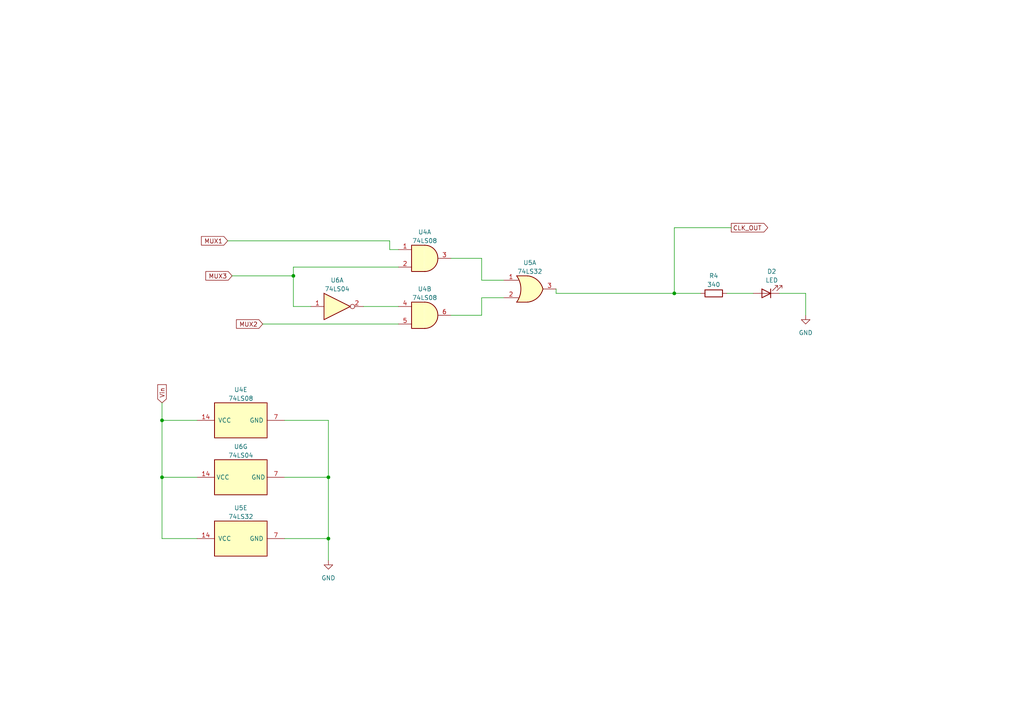
<source format=kicad_sch>
(kicad_sch (version 20230121) (generator eeschema)
  (paper "A4")
  (lib_symbols
    (symbol "74xx:74LS04"
      (property "Reference" "U" (at 0 1.27 0))
      (property "Value" "74LS04" (at 0 -1.27 0))
      (symbol "74LS04_1_0"
        (polyline (pts (xy -3.81 3.81) (xy -3.81 -3.81) (xy 3.81 0) (xy -3.81 3.81)) (stroke (width 0.254)) (fill (type background)))
        (pin input line (at -7.62 0 0) (length 3.81) (name "~") (number "1"))
        (pin output inverted (at 7.62 0 180) (length 3.81) (name "~") (number "2"))
      )
      (symbol "74LS04_2_0"
        (polyline (pts (xy -3.81 3.81) (xy -3.81 -3.81) (xy 3.81 0) (xy -3.81 3.81)) (stroke (width 0.254)) (fill (type background)))
        (pin input line (at -7.62 0 0) (length 3.81) (name "~") (number "3"))
        (pin output inverted (at 7.62 0 180) (length 3.81) (name "~") (number "4"))
      )
      (symbol "74LS04_3_0"
        (polyline (pts (xy -3.81 3.81) (xy -3.81 -3.81) (xy 3.81 0) (xy -3.81 3.81)) (stroke (width 0.254)) (fill (type background)))
        (pin input line (at -7.62 0 0) (length 3.81) (name "~") (number "5"))
        (pin output inverted (at 7.62 0 180) (length 3.81) (name "~") (number "6"))
      )
      (symbol "74LS04_4_0"
        (polyline (pts (xy -3.81 3.81) (xy -3.81 -3.81) (xy 3.81 0) (xy -3.81 3.81)) (stroke (width 0.254)) (fill (type background)))
        (pin output inverted (at 7.62 0 180) (length 3.81) (name "~") (number "8"))
        (pin input line (at -7.62 0 0) (length 3.81) (name "~") (number "9"))
      )
      (symbol "74LS04_5_0"
        (polyline (pts (xy -3.81 3.81) (xy -3.81 -3.81) (xy 3.81 0) (xy -3.81 3.81)) (stroke (width 0.254)) (fill (type background)))
        (pin output inverted (at 7.62 0 180) (length 3.81) (name "~") (number "10"))
        (pin input line (at -7.62 0 0) (length 3.81) (name "~") (number "11"))
      )
      (symbol "74LS04_6_0"
        (polyline (pts (xy -3.81 3.81) (xy -3.81 -3.81) (xy 3.81 0) (xy -3.81 3.81)) (stroke (width 0.254)) (fill (type background)))
        (pin output inverted (at 7.62 0 180) (length 3.81) (name "~") (number "12"))
        (pin input line (at -7.62 0 0) (length 3.81) (name "~") (number "13"))
      )
      (symbol "74LS04_7_0"
        (pin power_in line (at 0 12.7 270) (length 5.08) (name "VCC") (number "14"))
        (pin power_in line (at 0 -12.7 90) (length 5.08) (name "GND") (number "7"))
      )
      (symbol "74LS04_7_1"
        (rectangle (start -5.08 7.62) (end 5.08 -7.62) (stroke (width 0.254)) (fill (type background)))
      )
    )
    (symbol "74xx:74LS08" (pin_names (offset 1.016))
      (property "Reference" "U" (at 0 1.27 0))
      (property "Value" "74LS08" (at 0 -1.27 0))
      (symbol "74LS08_1_1"
        (arc (start 0 -3.81) (mid 3.7934 0) (end 0 3.81) (stroke (width 0.254)) (fill (type background)))
        (polyline (pts (xy 0 3.81) (xy -3.81 3.81) (xy -3.81 -3.81) (xy 0 -3.81)) (stroke (width 0.254)) (fill (type background)))
        (pin input line (at -7.62 2.54 0) (length 3.81) (name "~") (number "1"))
        (pin input line (at -7.62 -2.54 0) (length 3.81) (name "~") (number "2"))
        (pin output line (at 7.62 0 180) (length 3.81) (name "~") (number "3"))
      )
      (symbol "74LS08_1_2"
        (arc (start -3.81 -3.81) (mid -2.589 0) (end -3.81 3.81) (stroke (width 0.254)))
        (arc (start -0.6096 -3.81) (mid 2.1842 -2.5851) (end 3.81 0) (stroke (width 0.254)) (fill (type background)))
        (polyline (pts (xy -3.81 -3.81) (xy -0.635 -3.81)) (stroke (width 0.254)) (fill (type background)))
        (polyline (pts (xy -3.81 3.81) (xy -0.635 3.81)) (stroke (width 0.254)) (fill (type background)))
        (polyline (pts (xy -0.635 3.81) (xy -3.81 3.81) (xy -3.81 3.81) (xy -3.556 3.4036) (xy -3.0226 2.2606) (xy -2.6924 1.0414) (xy -2.6162 -0.254) (xy -2.7686 -1.4986) (xy -3.175 -2.7178) (xy -3.81 -3.81) (xy -3.81 -3.81) (xy -0.635 -3.81)) (stroke (width -25.4)) (fill (type background)))
        (arc (start 3.81 0) (mid 2.1915 2.5936) (end -0.6096 3.81) (stroke (width 0.254)) (fill (type background)))
        (pin input inverted (at -7.62 2.54 0) (length 4.318) (name "~") (number "1"))
        (pin input inverted (at -7.62 -2.54 0) (length 4.318) (name "~") (number "2"))
        (pin output inverted (at 7.62 0 180) (length 3.81) (name "~") (number "3"))
      )
      (symbol "74LS08_2_1"
        (arc (start 0 -3.81) (mid 3.7934 0) (end 0 3.81) (stroke (width 0.254)) (fill (type background)))
        (polyline (pts (xy 0 3.81) (xy -3.81 3.81) (xy -3.81 -3.81) (xy 0 -3.81)) (stroke (width 0.254)) (fill (type background)))
        (pin input line (at -7.62 2.54 0) (length 3.81) (name "~") (number "4"))
        (pin input line (at -7.62 -2.54 0) (length 3.81) (name "~") (number "5"))
        (pin output line (at 7.62 0 180) (length 3.81) (name "~") (number "6"))
      )
      (symbol "74LS08_2_2"
        (arc (start -3.81 -3.81) (mid -2.589 0) (end -3.81 3.81) (stroke (width 0.254)))
        (arc (start -0.6096 -3.81) (mid 2.1842 -2.5851) (end 3.81 0) (stroke (width 0.254)) (fill (type background)))
        (polyline (pts (xy -3.81 -3.81) (xy -0.635 -3.81)) (stroke (width 0.254)) (fill (type background)))
        (polyline (pts (xy -3.81 3.81) (xy -0.635 3.81)) (stroke (width 0.254)) (fill (type background)))
        (polyline (pts (xy -0.635 3.81) (xy -3.81 3.81) (xy -3.81 3.81) (xy -3.556 3.4036) (xy -3.0226 2.2606) (xy -2.6924 1.0414) (xy -2.6162 -0.254) (xy -2.7686 -1.4986) (xy -3.175 -2.7178) (xy -3.81 -3.81) (xy -3.81 -3.81) (xy -0.635 -3.81)) (stroke (width -25.4)) (fill (type background)))
        (arc (start 3.81 0) (mid 2.1915 2.5936) (end -0.6096 3.81) (stroke (width 0.254)) (fill (type background)))
        (pin input inverted (at -7.62 2.54 0) (length 4.318) (name "~") (number "4"))
        (pin input inverted (at -7.62 -2.54 0) (length 4.318) (name "~") (number "5"))
        (pin output inverted (at 7.62 0 180) (length 3.81) (name "~") (number "6"))
      )
      (symbol "74LS08_3_1"
        (arc (start 0 -3.81) (mid 3.7934 0) (end 0 3.81) (stroke (width 0.254)) (fill (type background)))
        (polyline (pts (xy 0 3.81) (xy -3.81 3.81) (xy -3.81 -3.81) (xy 0 -3.81)) (stroke (width 0.254)) (fill (type background)))
        (pin input line (at -7.62 -2.54 0) (length 3.81) (name "~") (number "10"))
        (pin output line (at 7.62 0 180) (length 3.81) (name "~") (number "8"))
        (pin input line (at -7.62 2.54 0) (length 3.81) (name "~") (number "9"))
      )
      (symbol "74LS08_3_2"
        (arc (start -3.81 -3.81) (mid -2.589 0) (end -3.81 3.81) (stroke (width 0.254)))
        (arc (start -0.6096 -3.81) (mid 2.1842 -2.5851) (end 3.81 0) (stroke (width 0.254)) (fill (type background)))
        (polyline (pts (xy -3.81 -3.81) (xy -0.635 -3.81)) (stroke (width 0.254)) (fill (type background)))
        (polyline (pts (xy -3.81 3.81) (xy -0.635 3.81)) (stroke (width 0.254)) (fill (type background)))
        (polyline (pts (xy -0.635 3.81) (xy -3.81 3.81) (xy -3.81 3.81) (xy -3.556 3.4036) (xy -3.0226 2.2606) (xy -2.6924 1.0414) (xy -2.6162 -0.254) (xy -2.7686 -1.4986) (xy -3.175 -2.7178) (xy -3.81 -3.81) (xy -3.81 -3.81) (xy -0.635 -3.81)) (stroke (width -25.4)) (fill (type background)))
        (arc (start 3.81 0) (mid 2.1915 2.5936) (end -0.6096 3.81) (stroke (width 0.254)) (fill (type background)))
        (pin input inverted (at -7.62 -2.54 0) (length 4.318) (name "~") (number "10"))
        (pin output inverted (at 7.62 0 180) (length 3.81) (name "~") (number "8"))
        (pin input inverted (at -7.62 2.54 0) (length 4.318) (name "~") (number "9"))
      )
      (symbol "74LS08_4_1"
        (arc (start 0 -3.81) (mid 3.7934 0) (end 0 3.81) (stroke (width 0.254)) (fill (type background)))
        (polyline (pts (xy 0 3.81) (xy -3.81 3.81) (xy -3.81 -3.81) (xy 0 -3.81)) (stroke (width 0.254)) (fill (type background)))
        (pin output line (at 7.62 0 180) (length 3.81) (name "~") (number "11"))
        (pin input line (at -7.62 2.54 0) (length 3.81) (name "~") (number "12"))
        (pin input line (at -7.62 -2.54 0) (length 3.81) (name "~") (number "13"))
      )
      (symbol "74LS08_4_2"
        (arc (start -3.81 -3.81) (mid -2.589 0) (end -3.81 3.81) (stroke (width 0.254)))
        (arc (start -0.6096 -3.81) (mid 2.1842 -2.5851) (end 3.81 0) (stroke (width 0.254)) (fill (type background)))
        (polyline (pts (xy -3.81 -3.81) (xy -0.635 -3.81)) (stroke (width 0.254)) (fill (type background)))
        (polyline (pts (xy -3.81 3.81) (xy -0.635 3.81)) (stroke (width 0.254)) (fill (type background)))
        (polyline (pts (xy -0.635 3.81) (xy -3.81 3.81) (xy -3.81 3.81) (xy -3.556 3.4036) (xy -3.0226 2.2606) (xy -2.6924 1.0414) (xy -2.6162 -0.254) (xy -2.7686 -1.4986) (xy -3.175 -2.7178) (xy -3.81 -3.81) (xy -3.81 -3.81) (xy -0.635 -3.81)) (stroke (width -25.4)) (fill (type background)))
        (arc (start 3.81 0) (mid 2.1915 2.5936) (end -0.6096 3.81) (stroke (width 0.254)) (fill (type background)))
        (pin output inverted (at 7.62 0 180) (length 3.81) (name "~") (number "11"))
        (pin input inverted (at -7.62 2.54 0) (length 4.318) (name "~") (number "12"))
        (pin input inverted (at -7.62 -2.54 0) (length 4.318) (name "~") (number "13"))
      )
      (symbol "74LS08_5_0"
        (pin power_in line (at 0 12.7 270) (length 5.08) (name "VCC") (number "14"))
        (pin power_in line (at 0 -12.7 90) (length 5.08) (name "GND") (number "7"))
      )
      (symbol "74LS08_5_1"
        (rectangle (start -5.08 7.62) (end 5.08 -7.62) (stroke (width 0.254)) (fill (type background)))
      )
    )
    (symbol "74xx:74LS32" (pin_names (offset 1.016))
      (property "Reference" "U" (at 0 1.27 0))
      (property "Value" "74LS32" (at 0 -1.27 0))
      (symbol "74LS32_1_1"
        (arc (start -3.81 -3.81) (mid -2.589 0) (end -3.81 3.81) (stroke (width 0.254)))
        (arc (start -0.6096 -3.81) (mid 2.1842 -2.5851) (end 3.81 0) (stroke (width 0.254)) (fill (type background)))
        (polyline (pts (xy -3.81 -3.81) (xy -0.635 -3.81)) (stroke (width 0.254)) (fill (type background)))
        (polyline (pts (xy -3.81 3.81) (xy -0.635 3.81)) (stroke (width 0.254)) (fill (type background)))
        (polyline (pts (xy -0.635 3.81) (xy -3.81 3.81) (xy -3.81 3.81) (xy -3.556 3.4036) (xy -3.0226 2.2606) (xy -2.6924 1.0414) (xy -2.6162 -0.254) (xy -2.7686 -1.4986) (xy -3.175 -2.7178) (xy -3.81 -3.81) (xy -3.81 -3.81) (xy -0.635 -3.81)) (stroke (width -25.4)) (fill (type background)))
        (arc (start 3.81 0) (mid 2.1915 2.5936) (end -0.6096 3.81) (stroke (width 0.254)) (fill (type background)))
        (pin input line (at -7.62 2.54 0) (length 4.318) (name "~") (number "1"))
        (pin input line (at -7.62 -2.54 0) (length 4.318) (name "~") (number "2"))
        (pin output line (at 7.62 0 180) (length 3.81) (name "~") (number "3"))
      )
      (symbol "74LS32_1_2"
        (arc (start 0 -3.81) (mid 3.7934 0) (end 0 3.81) (stroke (width 0.254)) (fill (type background)))
        (polyline (pts (xy 0 3.81) (xy -3.81 3.81) (xy -3.81 -3.81) (xy 0 -3.81)) (stroke (width 0.254)) (fill (type background)))
        (pin input inverted (at -7.62 2.54 0) (length 3.81) (name "~") (number "1"))
        (pin input inverted (at -7.62 -2.54 0) (length 3.81) (name "~") (number "2"))
        (pin output inverted (at 7.62 0 180) (length 3.81) (name "~") (number "3"))
      )
      (symbol "74LS32_2_1"
        (arc (start -3.81 -3.81) (mid -2.589 0) (end -3.81 3.81) (stroke (width 0.254)))
        (arc (start -0.6096 -3.81) (mid 2.1842 -2.5851) (end 3.81 0) (stroke (width 0.254)) (fill (type background)))
        (polyline (pts (xy -3.81 -3.81) (xy -0.635 -3.81)) (stroke (width 0.254)) (fill (type background)))
        (polyline (pts (xy -3.81 3.81) (xy -0.635 3.81)) (stroke (width 0.254)) (fill (type background)))
        (polyline (pts (xy -0.635 3.81) (xy -3.81 3.81) (xy -3.81 3.81) (xy -3.556 3.4036) (xy -3.0226 2.2606) (xy -2.6924 1.0414) (xy -2.6162 -0.254) (xy -2.7686 -1.4986) (xy -3.175 -2.7178) (xy -3.81 -3.81) (xy -3.81 -3.81) (xy -0.635 -3.81)) (stroke (width -25.4)) (fill (type background)))
        (arc (start 3.81 0) (mid 2.1915 2.5936) (end -0.6096 3.81) (stroke (width 0.254)) (fill (type background)))
        (pin input line (at -7.62 2.54 0) (length 4.318) (name "~") (number "4"))
        (pin input line (at -7.62 -2.54 0) (length 4.318) (name "~") (number "5"))
        (pin output line (at 7.62 0 180) (length 3.81) (name "~") (number "6"))
      )
      (symbol "74LS32_2_2"
        (arc (start 0 -3.81) (mid 3.7934 0) (end 0 3.81) (stroke (width 0.254)) (fill (type background)))
        (polyline (pts (xy 0 3.81) (xy -3.81 3.81) (xy -3.81 -3.81) (xy 0 -3.81)) (stroke (width 0.254)) (fill (type background)))
        (pin input inverted (at -7.62 2.54 0) (length 3.81) (name "~") (number "4"))
        (pin input inverted (at -7.62 -2.54 0) (length 3.81) (name "~") (number "5"))
        (pin output inverted (at 7.62 0 180) (length 3.81) (name "~") (number "6"))
      )
      (symbol "74LS32_3_1"
        (arc (start -3.81 -3.81) (mid -2.589 0) (end -3.81 3.81) (stroke (width 0.254)))
        (arc (start -0.6096 -3.81) (mid 2.1842 -2.5851) (end 3.81 0) (stroke (width 0.254)) (fill (type background)))
        (polyline (pts (xy -3.81 -3.81) (xy -0.635 -3.81)) (stroke (width 0.254)) (fill (type background)))
        (polyline (pts (xy -3.81 3.81) (xy -0.635 3.81)) (stroke (width 0.254)) (fill (type background)))
        (polyline (pts (xy -0.635 3.81) (xy -3.81 3.81) (xy -3.81 3.81) (xy -3.556 3.4036) (xy -3.0226 2.2606) (xy -2.6924 1.0414) (xy -2.6162 -0.254) (xy -2.7686 -1.4986) (xy -3.175 -2.7178) (xy -3.81 -3.81) (xy -3.81 -3.81) (xy -0.635 -3.81)) (stroke (width -25.4)) (fill (type background)))
        (arc (start 3.81 0) (mid 2.1915 2.5936) (end -0.6096 3.81) (stroke (width 0.254)) (fill (type background)))
        (pin input line (at -7.62 -2.54 0) (length 4.318) (name "~") (number "10"))
        (pin output line (at 7.62 0 180) (length 3.81) (name "~") (number "8"))
        (pin input line (at -7.62 2.54 0) (length 4.318) (name "~") (number "9"))
      )
      (symbol "74LS32_3_2"
        (arc (start 0 -3.81) (mid 3.7934 0) (end 0 3.81) (stroke (width 0.254)) (fill (type background)))
        (polyline (pts (xy 0 3.81) (xy -3.81 3.81) (xy -3.81 -3.81) (xy 0 -3.81)) (stroke (width 0.254)) (fill (type background)))
        (pin input inverted (at -7.62 -2.54 0) (length 3.81) (name "~") (number "10"))
        (pin output inverted (at 7.62 0 180) (length 3.81) (name "~") (number "8"))
        (pin input inverted (at -7.62 2.54 0) (length 3.81) (name "~") (number "9"))
      )
      (symbol "74LS32_4_1"
        (arc (start -3.81 -3.81) (mid -2.589 0) (end -3.81 3.81) (stroke (width 0.254)))
        (arc (start -0.6096 -3.81) (mid 2.1842 -2.5851) (end 3.81 0) (stroke (width 0.254)) (fill (type background)))
        (polyline (pts (xy -3.81 -3.81) (xy -0.635 -3.81)) (stroke (width 0.254)) (fill (type background)))
        (polyline (pts (xy -3.81 3.81) (xy -0.635 3.81)) (stroke (width 0.254)) (fill (type background)))
        (polyline (pts (xy -0.635 3.81) (xy -3.81 3.81) (xy -3.81 3.81) (xy -3.556 3.4036) (xy -3.0226 2.2606) (xy -2.6924 1.0414) (xy -2.6162 -0.254) (xy -2.7686 -1.4986) (xy -3.175 -2.7178) (xy -3.81 -3.81) (xy -3.81 -3.81) (xy -0.635 -3.81)) (stroke (width -25.4)) (fill (type background)))
        (arc (start 3.81 0) (mid 2.1915 2.5936) (end -0.6096 3.81) (stroke (width 0.254)) (fill (type background)))
        (pin output line (at 7.62 0 180) (length 3.81) (name "~") (number "11"))
        (pin input line (at -7.62 2.54 0) (length 4.318) (name "~") (number "12"))
        (pin input line (at -7.62 -2.54 0) (length 4.318) (name "~") (number "13"))
      )
      (symbol "74LS32_4_2"
        (arc (start 0 -3.81) (mid 3.7934 0) (end 0 3.81) (stroke (width 0.254)) (fill (type background)))
        (polyline (pts (xy 0 3.81) (xy -3.81 3.81) (xy -3.81 -3.81) (xy 0 -3.81)) (stroke (width 0.254)) (fill (type background)))
        (pin output inverted (at 7.62 0 180) (length 3.81) (name "~") (number "11"))
        (pin input inverted (at -7.62 2.54 0) (length 3.81) (name "~") (number "12"))
        (pin input inverted (at -7.62 -2.54 0) (length 3.81) (name "~") (number "13"))
      )
      (symbol "74LS32_5_0"
        (pin power_in line (at 0 12.7 270) (length 5.08) (name "VCC") (number "14"))
        (pin power_in line (at 0 -12.7 90) (length 5.08) (name "GND") (number "7"))
      )
      (symbol "74LS32_5_1"
        (rectangle (start -5.08 7.62) (end 5.08 -7.62) (stroke (width 0.254)) (fill (type background)))
      )
    )
    (symbol "Device:LED" (pin_numbers hide) (pin_names (offset 1.016) hide)
      (property "Reference" "D" (at 0 2.54 0))
      (property "Value" "LED" (at 0 -2.54 0))
      (symbol "LED_0_1"
        (polyline (pts (xy -1.27 -1.27) (xy -1.27 1.27)) (stroke (width 0.254)))
        (polyline (pts (xy -1.27 0) (xy 1.27 0)))
        (polyline (pts (xy 1.27 -1.27) (xy 1.27 1.27) (xy -1.27 0) (xy 1.27 -1.27)) (stroke (width 0.254)))
        (polyline (pts (xy -3.048 -0.762) (xy -4.572 -2.286) (xy -3.81 -2.286) (xy -4.572 -2.286) (xy -4.572 -1.524)))
        (polyline (pts (xy -1.778 -0.762) (xy -3.302 -2.286) (xy -2.54 -2.286) (xy -3.302 -2.286) (xy -3.302 -1.524)))
      )
      (symbol "LED_1_1"
        (pin passive line (at -3.81 0 0) (length 2.54) (name "K") (number "1"))
        (pin passive line (at 3.81 0 180) (length 2.54) (name "A") (number "2"))
      )
    )
    (symbol "Device:R" (pin_numbers hide) (pin_names (offset 0))
      (property "Reference" "R" (at 2.032 0 90))
      (property "Value" "R" (at 0 0 90))
      (symbol "R_0_1"
        (rectangle (start -1.016 -2.54) (end 1.016 2.54) (stroke (width 0.254)))
      )
      (symbol "R_1_1"
        (pin passive line (at 0 3.81 270) (length 1.27) (name "~") (number "1"))
        (pin passive line (at 0 -3.81 90) (length 1.27) (name "~") (number "2"))
      )
    )
    (symbol "power:GND" (power) (pin_names (offset 0))
      (property "Value" "GND" (at 0 -3.81 0))
      (symbol "GND_0_1"
        (polyline (pts (xy 0 0) (xy 0 -1.27) (xy 1.27 -1.27) (xy 0 -2.54) (xy -1.27 -1.27) (xy 0 -1.27)))
      )
      (symbol "GND_1_1"
        (pin power_in line (at 0 0 270) (length 0) hide (name "GND") (number "1"))
      )
    )
  )
  (junction (at 46.99 121.92))
  (junction (at 195.58 85.09))
  (junction (at 95.25 138.43))
  (junction (at 95.25 156.21))
  (junction (at 85.09 80.01))
  (junction (at 46.99 138.43))
  (wire (pts (xy 233.68 85.09) (xy 233.68 91.44)))
  (wire (pts (xy 195.58 85.09) (xy 195.58 66.04)))
  (wire (pts (xy 46.99 121.92) (xy 57.15 121.92)))
  (wire (pts (xy 139.7 86.36) (xy 146.05 86.36)))
  (wire (pts (xy 95.25 156.21) (xy 95.25 162.56)))
  (wire (pts (xy 105.41 88.9) (xy 115.57 88.9)))
  (wire (pts (xy 82.55 138.43) (xy 95.25 138.43)))
  (wire (pts (xy 210.82 85.09) (xy 218.44 85.09)))
  (wire (pts (xy 46.99 138.43) (xy 46.99 121.92)))
  (wire (pts (xy 95.25 138.43) (xy 95.25 156.21)))
  (wire (pts (xy 113.03 69.85) (xy 113.03 72.39)))
  (wire (pts (xy 85.09 77.47) (xy 115.57 77.47)))
  (wire (pts (xy 130.81 91.44) (xy 139.7 91.44)))
  (wire (pts (xy 46.99 156.21) (xy 57.15 156.21)))
  (wire (pts (xy 195.58 66.04) (xy 212.09 66.04)))
  (wire (pts (xy 161.29 85.09) (xy 161.29 83.82)))
  (wire (pts (xy 46.99 138.43) (xy 57.15 138.43)))
  (wire (pts (xy 95.25 121.92) (xy 95.25 138.43)))
  (wire (pts (xy 226.06 85.09) (xy 233.68 85.09)))
  (wire (pts (xy 82.55 121.92) (xy 95.25 121.92)))
  (wire (pts (xy 130.81 74.93) (xy 139.7 74.93)))
  (wire (pts (xy 161.29 85.09) (xy 195.58 85.09)))
  (wire (pts (xy 90.17 88.9) (xy 85.09 88.9)))
  (wire (pts (xy 139.7 91.44) (xy 139.7 86.36)))
  (wire (pts (xy 76.2 93.98) (xy 115.57 93.98)))
  (wire (pts (xy 139.7 81.28) (xy 146.05 81.28)))
  (wire (pts (xy 195.58 85.09) (xy 203.2 85.09)))
  (wire (pts (xy 95.25 156.21) (xy 82.55 156.21)))
  (wire (pts (xy 46.99 116.84) (xy 46.99 121.92)))
  (wire (pts (xy 67.31 80.01) (xy 85.09 80.01)))
  (wire (pts (xy 66.04 69.85) (xy 113.03 69.85)))
  (wire (pts (xy 46.99 156.21) (xy 46.99 138.43)))
  (wire (pts (xy 85.09 80.01) (xy 85.09 77.47)))
  (wire (pts (xy 85.09 88.9) (xy 85.09 80.01)))
  (wire (pts (xy 139.7 74.93) (xy 139.7 81.28)))
  (wire (pts (xy 113.03 72.39) (xy 115.57 72.39)))
  (global_label "MUX1" (shape input) (at 66.04 69.85 180) (property "Intersheetrefs" "${INTERSHEET_REFS}" (effects hide)))
  (global_label "Vin" (shape input) (at 46.99 116.84 90) (property "Intersheetrefs" "${INTERSHEET_REFS}" (effects hide)))
  (global_label "CLK_OUT" (shape output) (at 212.09 66.04 0) (property "Intersheetrefs" "${INTERSHEET_REFS}" (effects hide)))
  (global_label "MUX2" (shape input) (at 76.2 93.98 180) (property "Intersheetrefs" "${INTERSHEET_REFS}" (effects hide)))
  (global_label "MUX3" (shape input) (at 67.31 80.01 180) (property "Intersheetrefs" "${INTERSHEET_REFS}" (effects hide)))
  (symbol (lib_id "74xx:74LS04") (at 69.85 138.43 90) (unit 7)
    (property "Reference" "U6" (at 69.85 129.54 90))
    (property "Value" "74LS04" (at 69.85 132.08 90))
    (property "Datasheet" "http://www.ti.com/lit/gpn/sn74LS04" (effects hide))
  )
  (symbol (lib_id "power:GND") (at 95.25 162.56 0) (unit 1)
    (property "Reference" "#PWR015" (effects hide))
    (property "Value" "GND" (at 95.25 167.64 0))
  )
  (symbol (lib_id "74xx:74LS32") (at 153.67 83.82 0) (unit 1)
    (property "Reference" "U5" (at 153.67 76.2 0))
    (property "Value" "74LS32" (at 153.67 78.74 0))
    (property "Footprint" "Package_DIP:DIP-14_W7.62mm_Socket_LongPads" (effects hide))
    (property "Datasheet" "http://www.ti.com/lit/gpn/sn74LS32" (effects hide))
  )
  (symbol (lib_id "Device:LED") (at 222.25 85.09 180) (unit 1)
    (property "Reference" "D2" (at 223.8375 78.74 0))
    (property "Value" "LED" (at 223.8375 81.28 0))
    (property "Footprint" "LED_THT:LED_D5.0mm" (effects hide))
    (instances (project "CLK" (path "" (reference "D2") (unit 1)) (path "" (reference "D3") (unit 1)) (path "" (reference "D4") (unit 1))))
  )
  (symbol (lib_id "74xx:74LS08") (at 123.19 91.44 0) (unit 2)
    (property "Reference" "U4" (at 123.1817 83.82 0))
    (property "Value" "74LS08" (at 123.1817 86.36 0))
    (property "Footprint" "Package_DIP:DIP-14_W7.62mm_Socket_LongPads" (effects hide))
    (property "Datasheet" "http://www.ti.com/lit/gpn/sn74LS08" (effects hide))
  )
  (symbol (lib_id "power:GND") (at 233.68 91.44 0) (mirror y) (unit 1)
    (property "Reference" "#PWR04" (effects hide))
    (property "Value" "GND" (at 233.68 96.52 0))
    (instances (project "CLK" (path "" (reference "#PWR04") (unit 1)) (path "" (reference "#PWR07") (unit 1)) (path "" (reference "#PWR08") (unit 1))))
  )
  (symbol (lib_id "74xx:74LS32") (at 69.85 156.21 90) (unit 5)
    (property "Reference" "U5" (at 69.85 147.32 90))
    (property "Value" "74LS32" (at 69.85 149.86 90))
    (property "Datasheet" "http://www.ti.com/lit/gpn/sn74LS32" (effects hide))
  )
  (symbol (lib_id "Device:R") (at 207.01 85.09 90) (unit 1)
    (property "Reference" "R4" (at 207.01 80.01 90))
    (property "Value" "340" (at 207.01 82.55 90))
    (property "Footprint" "Resistor_THT:R_Axial_DIN0204_L3.6mm_D1.6mm_P7.62mm_Horizontal" (effects hide))
    (instances (project "CLK" (path "" (reference "R4") (unit 1)) (path "" (reference "R9") (unit 1)) (path "" (reference "R10") (unit 1))))
  )
  (symbol (lib_id "74xx:74LS08") (at 69.85 121.92 90) (unit 5)
    (property "Reference" "U4" (at 69.85 113.03 90))
    (property "Value" "74LS08" (at 69.85 115.57 90))
    (property "Datasheet" "http://www.ti.com/lit/gpn/sn74LS08" (effects hide))
  )
  (symbol (lib_id "74xx:74LS08") (at 123.19 74.93 0) (unit 1)
    (property "Reference" "U4" (at 123.1817 67.31 0))
    (property "Value" "74LS08" (at 123.1817 69.85 0))
    (property "Footprint" "Package_DIP:DIP-14_W7.62mm_Socket_LongPads" (effects hide))
    (property "Datasheet" "http://www.ti.com/lit/gpn/sn74LS08" (effects hide))
  )
  (symbol (lib_id "74xx:74LS04") (at 97.79 88.9 0) (unit 1)
    (property "Reference" "U6" (at 97.79 81.28 0))
    (property "Value" "74LS04" (at 97.79 83.82 0))
    (property "Footprint" "Package_DIP:DIP-14_W7.62mm_Socket_LongPads" (effects hide))
    (property "Datasheet" "http://www.ti.com/lit/gpn/sn74LS04" (effects hide))
  )
)
</source>
